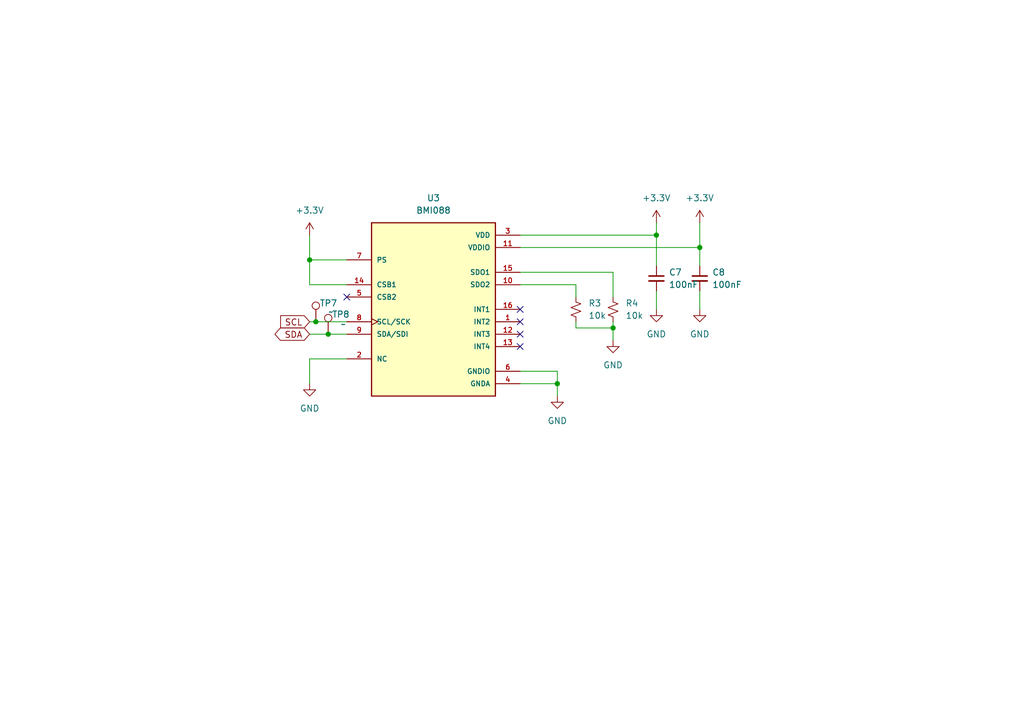
<source format=kicad_sch>
(kicad_sch (version 20231120) (generator "eeschema") (generator_version "8.0")
  (paper "A5")
  (lib_symbols
    (symbol "BMI088:BMI088" (pin_names (offset 1.016))
      (property "Reference" "U" (at -12.7 18.415 0))
      (property "Value" "BMI088" (at -12.7 -20.32 0))
      (symbol "BMI088_0_0"
        (rectangle (start -12.7 -17.78) (end 12.7 17.78) (stroke (width 0.254)) (fill (type background)))
        (pin bidirectional line (at 17.78 -2.54 180) (length 5.08) (name "INT2") (number "1"))
        (pin output line (at 17.78 5.08 180) (length 5.08) (name "SDO2") (number "10"))
        (pin power_in line (at 17.78 12.7 180) (length 5.08) (name "VDDIO") (number "11"))
        (pin bidirectional line (at 17.78 -5.08 180) (length 5.08) (name "INT3") (number "12"))
        (pin bidirectional line (at 17.78 -7.62 180) (length 5.08) (name "INT4") (number "13"))
        (pin input line (at -17.78 5.08 0) (length 5.08) (name "CSB1") (number "14"))
        (pin output line (at 17.78 7.62 180) (length 5.08) (name "SDO1") (number "15"))
        (pin bidirectional line (at 17.78 0 180) (length 5.08) (name "INT1") (number "16"))
        (pin passive line (at -17.78 -10.16 0) (length 5.08) (name "NC") (number "2"))
        (pin power_in line (at 17.78 15.24 180) (length 5.08) (name "VDD") (number "3"))
        (pin power_in line (at 17.78 -15.24 180) (length 5.08) (name "GNDA") (number "4"))
        (pin input line (at -17.78 2.54 0) (length 5.08) (name "CSB2") (number "5"))
        (pin power_in line (at 17.78 -12.7 180) (length 5.08) (name "GNDIO") (number "6"))
        (pin input line (at -17.78 10.16 0) (length 5.08) (name "PS") (number "7"))
        (pin input clock (at -17.78 -2.54 0) (length 5.08) (name "SCL/SCK") (number "8"))
        (pin bidirectional line (at -17.78 -5.08 0) (length 5.08) (name "SDA/SDI") (number "9"))
      )
    )
    (symbol "Connector:TestPoint" (pin_numbers hide) (pin_names (offset 0.762) hide)
      (property "Reference" "TP" (at 0 6.858 0))
      (property "Value" "TestPoint" (at 0 5.08 0))
      (symbol "TestPoint_0_1"
        (circle (center 0 3.302) (radius 0.762))
      )
      (symbol "TestPoint_1_1"
        (pin passive line (at 0 0 90) (length 2.54) (name "1") (number "1"))
      )
    )
    (symbol "Device:C_Small" (pin_numbers hide) (pin_names (offset 0.254) hide)
      (property "Reference" "C" (at 0.254 1.778 0))
      (property "Value" "C_Small" (at 0.254 -2.032 0))
      (symbol "C_Small_0_1"
        (polyline (pts (xy -1.524 -0.508) (xy 1.524 -0.508)) (stroke (width 0.3302)))
        (polyline (pts (xy -1.524 0.508) (xy 1.524 0.508)) (stroke (width 0.3048)))
      )
      (symbol "C_Small_1_1"
        (pin passive line (at 0 2.54 270) (length 2.032) (name "~") (number "1"))
        (pin passive line (at 0 -2.54 90) (length 2.032) (name "~") (number "2"))
      )
    )
    (symbol "Device:R_Small_US" (pin_numbers hide) (pin_names (offset 0.254) hide)
      (property "Reference" "R" (at 0.762 0.508 0))
      (property "Value" "R_Small_US" (at 0.762 -1.016 0))
      (symbol "R_Small_US_1_1"
        (polyline (pts (xy 0 0) (xy 1.016 -0.381) (xy 0 -0.762) (xy -1.016 -1.143) (xy 0 -1.524)))
        (polyline (pts (xy 0 1.524) (xy 1.016 1.143) (xy 0 0.762) (xy -1.016 0.381) (xy 0 0)))
        (pin passive line (at 0 2.54 270) (length 1.016) (name "~") (number "1"))
        (pin passive line (at 0 -2.54 90) (length 1.016) (name "~") (number "2"))
      )
    )
    (symbol "power:+3.3V" (power) (pin_numbers hide) (pin_names (offset 0) hide)
      (property "Value" "+3.3V" (at 0 3.556 0))
      (symbol "+3.3V_0_1"
        (polyline (pts (xy -0.762 1.27) (xy 0 2.54)))
        (polyline (pts (xy 0 0) (xy 0 2.54)))
        (polyline (pts (xy 0 2.54) (xy 0.762 1.27)))
      )
      (symbol "+3.3V_1_1"
        (pin power_in line (at 0 0 90) (length 0) (name "~") (number "1"))
      )
    )
    (symbol "power:GND" (power) (pin_numbers hide) (pin_names (offset 0) hide)
      (property "Value" "GND" (at 0 -3.81 0))
      (symbol "GND_0_1"
        (polyline (pts (xy 0 0) (xy 0 -1.27) (xy 1.27 -1.27) (xy 0 -2.54) (xy -1.27 -1.27) (xy 0 -1.27)))
      )
      (symbol "GND_1_1"
        (pin power_in line (at 0 0 270) (length 0) (name "~") (number "1"))
      )
    )
  )
  (junction (at 67.31 68.58))
  (junction (at 125.73 67.31))
  (junction (at 134.62 48.26))
  (junction (at 63.5 53.34))
  (junction (at 114.3 78.74))
  (junction (at 64.77 66.04))
  (junction (at 143.51 50.8))
  (no_connect (at 106.68 66.04))
  (no_connect (at 71.12 60.96))
  (no_connect (at 106.68 68.58))
  (no_connect (at 106.68 63.5))
  (no_connect (at 106.68 71.12))
  (wire (pts (xy 63.5 58.42) (xy 71.12 58.42)))
  (wire (pts (xy 118.11 60.96) (xy 118.11 58.42)))
  (wire (pts (xy 114.3 78.74) (xy 114.3 81.28)))
  (wire (pts (xy 106.68 55.88) (xy 125.73 55.88)))
  (wire (pts (xy 67.31 68.58) (xy 71.12 68.58)))
  (wire (pts (xy 63.5 53.34) (xy 63.5 58.42)))
  (wire (pts (xy 64.77 66.04) (xy 71.12 66.04)))
  (wire (pts (xy 134.62 48.26) (xy 134.62 54.61)))
  (wire (pts (xy 134.62 59.69) (xy 134.62 63.5)))
  (wire (pts (xy 63.5 68.58) (xy 67.31 68.58)))
  (wire (pts (xy 63.5 48.26) (xy 63.5 53.34)))
  (wire (pts (xy 106.68 78.74) (xy 114.3 78.74)))
  (wire (pts (xy 125.73 67.31) (xy 125.73 66.04)))
  (wire (pts (xy 118.11 67.31) (xy 125.73 67.31)))
  (wire (pts (xy 143.51 59.69) (xy 143.51 63.5)))
  (wire (pts (xy 106.68 76.2) (xy 114.3 76.2)))
  (wire (pts (xy 118.11 58.42) (xy 106.68 58.42)))
  (wire (pts (xy 134.62 45.72) (xy 134.62 48.26)))
  (wire (pts (xy 63.5 53.34) (xy 71.12 53.34)))
  (wire (pts (xy 63.5 73.66) (xy 63.5 78.74)))
  (wire (pts (xy 114.3 76.2) (xy 114.3 78.74)))
  (wire (pts (xy 143.51 50.8) (xy 106.68 50.8)))
  (wire (pts (xy 106.68 48.26) (xy 134.62 48.26)))
  (wire (pts (xy 118.11 66.04) (xy 118.11 67.31)))
  (wire (pts (xy 125.73 55.88) (xy 125.73 60.96)))
  (wire (pts (xy 71.12 73.66) (xy 63.5 73.66)))
  (wire (pts (xy 63.5 66.04) (xy 64.77 66.04)))
  (wire (pts (xy 125.73 67.31) (xy 125.73 69.85)))
  (wire (pts (xy 143.51 50.8) (xy 143.51 54.61)))
  (wire (pts (xy 143.51 45.72) (xy 143.51 50.8)))
  (global_label "SDA" (shape bidirectional) (at 63.5 68.58 180) (property "Intersheetrefs" "${INTERSHEET_REFS}" (effects (hide yes))))
  (global_label "SCL" (shape input) (at 63.5 66.04 180) (property "Intersheetrefs" "${INTERSHEET_REFS}" (effects (hide yes))))
  (symbol (lib_id "BMI088:BMI088") (at 88.9 63.5 0) (unit 1)
    (property "Reference" "U3" (at 88.9 40.64 0))
    (property "Value" "BMI088" (at 88.9 43.18 0))
    (property "Footprint" "BMI088:PQFN50P450X300X100-16N" (effects (hide yes)))
    (property "MF" "Bosch Sensortec" (effects (hide yes)))
    (property "PURCHASE-URL" "https://pricing.snapeda.com/search/part/BMI088/?ref=eda" (effects (hide yes)))
    (property "PACKAGE" "VFLGA-16 Bosch Sensortec" (effects (hide yes)))
    (property "PRICE" "None" (effects (hide yes)))
    (property "Package" "VFLGA-16 Bosch Sensortec" (effects (hide yes)))
    (property "Check_prices" "https://www.snapeda.com/parts/BMI088/Bosch+Sensortec/view-part/?ref=eda" (effects (hide yes)))
    (property "Price" "None" (effects (hide yes)))
    (property "SnapEDA_Link" "https://www.snapeda.com/parts/BMI088/Bosch+Sensortec/view-part/?ref=snap" (effects (hide yes)))
    (property "MP" "BMI088" (effects (hide yes)))
    (property "Purchase-URL" "https://www.snapeda.com/api/url_track_click_mouser/?unipart_id=2774026&manufacturer=Bosch Sensortec&part_name=BMI088&search_term=bmi088" (effects (hide yes)))
    (property "Description_1" "\nAccelerometer, Gyroscope, 6 Axis Sensor I2C, SPI Output\n" (effects (hide yes)))
    (property "Availability" "In Stock" (effects (hide yes)))
    (property "AVAILABILITY" "In Stock" (effects (hide yes)))
    (property "DESCRIPTION" "Accelerometer, Gyroscope, 6 Axis Sensor I²C, SPI Output" (effects (hide yes)))
  )
  (symbol (lib_id "Device:C_Small") (at 143.51 57.15 0) (unit 1)
    (property "Reference" "C8" (at 146.05 55.8862 0) (effects (justify left)))
    (property "Value" "100nF" (at 146.05 58.4262 0) (effects (justify left)))
    (property "Description" "Unpolarized capacitor, small symbol" (effects (hide yes)))
  )
  (symbol (lib_id "Device:R_Small_US") (at 125.73 63.5 0) (unit 1)
    (property "Reference" "R4" (at 128.27 62.2299 0) (effects (justify left)))
    (property "Value" "10k" (at 128.27 64.7699 0) (effects (justify left)))
    (property "Description" "Resistor, small US symbol" (effects (hide yes)))
  )
  (symbol (lib_id "power:+3.3V") (at 143.51 45.72 0) (unit 1)
    (property "Reference" "#PWR016" (effects (hide yes)))
    (property "Value" "+3.3V" (at 143.51 40.64 0))
    (property "Description" "Power symbol creates a global label with name \"+3.3V\"" (effects (hide yes)))
  )
  (symbol (lib_id "Connector:TestPoint") (at 67.31 68.58 0) (unit 1)
    (property "Reference" "TP8" (at 68.072 64.516 0) (effects (justify left)))
    (property "Value" "~" (at 69.85 66.548 0) (effects (justify left)))
    (property "Description" "test point" (effects (hide yes)))
  )
  (symbol (lib_id "Device:R_Small_US") (at 118.11 63.5 0) (unit 1)
    (property "Reference" "R3" (at 120.65 62.2299 0) (effects (justify left)))
    (property "Value" "10k" (at 120.65 64.7699 0) (effects (justify left)))
    (property "Description" "Resistor, small US symbol" (effects (hide yes)))
  )
  (symbol (lib_id "power:GND") (at 114.3 81.28 0) (unit 1)
    (property "Reference" "#PWR014" (effects (hide yes)))
    (property "Value" "GND" (at 114.3 86.36 0))
    (property "Description" "Power symbol creates a global label with name \"GND\" , ground" (effects (hide yes)))
  )
  (symbol (lib_id "power:GND") (at 125.73 69.85 0) (unit 1)
    (property "Reference" "#PWR015" (effects (hide yes)))
    (property "Value" "GND" (at 125.73 74.93 0))
    (property "Description" "Power symbol creates a global label with name \"GND\" , ground" (effects (hide yes)))
  )
  (symbol (lib_id "power:GND") (at 63.5 78.74 0) (unit 1)
    (property "Reference" "#PWR010" (effects (hide yes)))
    (property "Value" "GND" (at 63.5 83.82 0))
    (property "Description" "Power symbol creates a global label with name \"GND\" , ground" (effects (hide yes)))
  )
  (symbol (lib_id "power:GND") (at 134.62 63.5 0) (unit 1)
    (property "Reference" "#PWR017" (effects (hide yes)))
    (property "Value" "GND" (at 134.62 68.58 0))
    (property "Description" "Power symbol creates a global label with name \"GND\" , ground" (effects (hide yes)))
  )
  (symbol (lib_id "power:+3.3V") (at 63.5 48.26 0) (unit 1)
    (property "Reference" "#PWR013" (effects (hide yes)))
    (property "Value" "+3.3V" (at 63.5 43.18 0))
    (property "Description" "Power symbol creates a global label with name \"+3.3V\"" (effects (hide yes)))
  )
  (symbol (lib_id "Device:C_Small") (at 134.62 57.15 0) (unit 1)
    (property "Reference" "C7" (at 137.16 55.8862 0) (effects (justify left)))
    (property "Value" "100nF" (at 137.16 58.4262 0) (effects (justify left)))
    (property "Description" "Unpolarized capacitor, small symbol" (effects (hide yes)))
  )
  (symbol (lib_id "power:GND") (at 143.51 63.5 0) (unit 1)
    (property "Reference" "#PWR018" (effects (hide yes)))
    (property "Value" "GND" (at 143.51 68.58 0))
    (property "Description" "Power symbol creates a global label with name \"GND\" , ground" (effects (hide yes)))
  )
  (symbol (lib_id "power:+3.3V") (at 134.62 45.72 0) (unit 1)
    (property "Reference" "#PWR019" (effects (hide yes)))
    (property "Value" "+3.3V" (at 134.62 40.64 0))
    (property "Description" "Power symbol creates a global label with name \"+3.3V\"" (effects (hide yes)))
  )
  (symbol (lib_id "Connector:TestPoint") (at 64.77 66.04 0) (unit 1)
    (property "Reference" "TP7" (at 65.532 62.23 0) (effects (justify left)))
    (property "Value" "~" (at 67.31 64.008 0) (effects (justify left)))
    (property "Description" "test point" (effects (hide yes)))
  )
)
</source>
